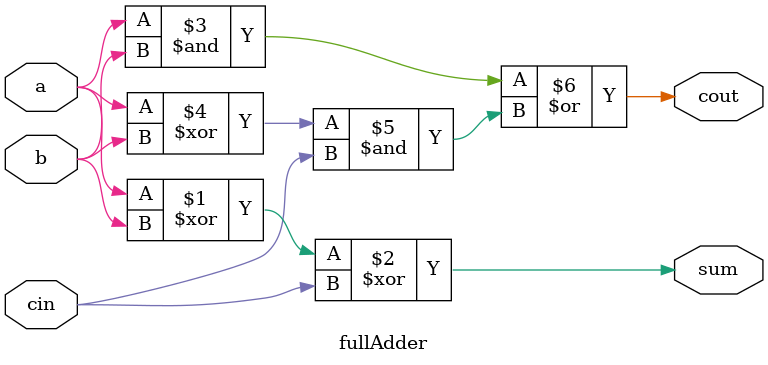
<source format=v>
module fullAdder(
    input wire a, b, cin,
    output wire sum, cout
);

    assign sum = a ^ b ^ cin;
    assign cout = (a & b) | (a ^ b) & cin;

endmodule
</source>
